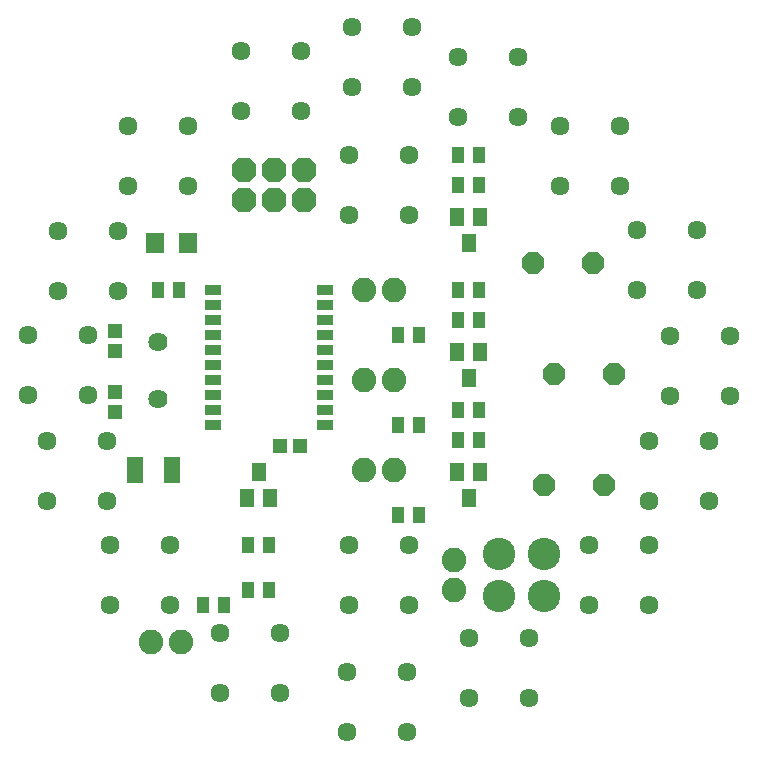
<source format=gts>
G75*
G70*
%OFA0B0*%
%FSLAX24Y24*%
%IPPOS*%
%LPD*%
%AMOC8*
5,1,8,0,0,1.08239X$1,22.5*
%
%ADD10C,0.1080*%
%ADD11OC8,0.0820*%
%ADD12C,0.0635*%
%ADD13C,0.0820*%
%ADD14C,0.0640*%
%ADD15R,0.0474X0.0513*%
%ADD16R,0.0513X0.0474*%
%ADD17R,0.0552X0.0867*%
%ADD18R,0.0631X0.0710*%
%ADD19R,0.0474X0.0631*%
%ADD20OC8,0.0720*%
%ADD21R,0.0395X0.0552*%
%ADD22R,0.0530X0.0380*%
D10*
X016685Y005485D03*
X018185Y005485D03*
X018185Y006885D03*
X016685Y006885D03*
D11*
X010185Y018685D03*
X009185Y018685D03*
X008185Y018685D03*
X008185Y019685D03*
X009185Y019685D03*
X010185Y019685D03*
D12*
X011685Y020185D03*
X013685Y020185D03*
X015335Y021435D03*
X013785Y022435D03*
X015335Y023435D03*
X013785Y024435D03*
X011785Y024435D03*
X010085Y023635D03*
X008085Y023635D03*
X011785Y022435D03*
X010085Y021635D03*
X008085Y021635D03*
X006335Y021135D03*
X004335Y021135D03*
X004335Y019135D03*
X006335Y019135D03*
X003985Y017635D03*
X001985Y017635D03*
X001985Y015635D03*
X003985Y015635D03*
X002985Y014185D03*
X000985Y014185D03*
X000985Y012185D03*
X002985Y012185D03*
X003635Y010635D03*
X001635Y010635D03*
X001635Y008635D03*
X003635Y008635D03*
X003735Y007185D03*
X005735Y007185D03*
X005735Y005185D03*
X007385Y004235D03*
X009385Y004235D03*
X011685Y005185D03*
X013685Y005185D03*
X015685Y004085D03*
X017685Y004085D03*
X019685Y005185D03*
X021685Y005185D03*
X021685Y007185D03*
X019685Y007185D03*
X021685Y008635D03*
X023685Y008635D03*
X023685Y010635D03*
X021685Y010635D03*
X022385Y012135D03*
X024385Y012135D03*
X024385Y014135D03*
X022385Y014135D03*
X023285Y015685D03*
X021285Y015685D03*
X021285Y017685D03*
X023285Y017685D03*
X020735Y019135D03*
X018735Y019135D03*
X018735Y021135D03*
X017335Y021435D03*
X020735Y021135D03*
X017335Y023435D03*
X013685Y018185D03*
X011685Y018185D03*
X011685Y007185D03*
X013685Y007185D03*
X013635Y002935D03*
X011635Y002935D03*
X009385Y002235D03*
X007385Y002235D03*
X011635Y000935D03*
X013635Y000935D03*
X015685Y002085D03*
X017685Y002085D03*
X003735Y005185D03*
D13*
X005085Y003935D03*
X006085Y003935D03*
X015185Y005685D03*
X015185Y006685D03*
X013185Y009685D03*
X012185Y009685D03*
X012185Y012685D03*
X013185Y012685D03*
X013185Y015685D03*
X012185Y015685D03*
D14*
X005335Y013935D03*
X005335Y012035D03*
D15*
X003885Y012270D03*
X003885Y011601D03*
X003885Y013651D03*
X003885Y014320D03*
D16*
X009401Y010485D03*
X010070Y010485D03*
D17*
X005815Y009685D03*
X004555Y009685D03*
D18*
X005234Y017235D03*
X006337Y017235D03*
D19*
X015311Y018118D03*
X016059Y018118D03*
X015685Y017252D03*
X015311Y013618D03*
X016059Y013618D03*
X015685Y012752D03*
X015311Y009618D03*
X016059Y009618D03*
X015685Y008752D03*
X009059Y008752D03*
X008311Y008752D03*
X008685Y009618D03*
D20*
X018185Y009185D03*
X020185Y009185D03*
X020535Y012885D03*
X018535Y012885D03*
X017835Y016585D03*
X019835Y016585D03*
D21*
X016040Y015685D03*
X015331Y015685D03*
X015331Y014685D03*
X016040Y014685D03*
X014040Y014185D03*
X013331Y014185D03*
X015331Y011685D03*
X016040Y011685D03*
X016040Y010685D03*
X015331Y010685D03*
X014040Y011185D03*
X013331Y011185D03*
X013331Y008185D03*
X014040Y008185D03*
X009040Y007185D03*
X008331Y007185D03*
X008331Y005685D03*
X009040Y005685D03*
X007540Y005185D03*
X006831Y005185D03*
X006040Y015685D03*
X005331Y015685D03*
X015331Y019185D03*
X016040Y019185D03*
X016040Y020185D03*
X015331Y020185D03*
D22*
X010915Y015685D03*
X010915Y015185D03*
X010915Y014685D03*
X010915Y014185D03*
X010915Y013685D03*
X010915Y013185D03*
X010915Y012685D03*
X010915Y012185D03*
X010915Y011685D03*
X010905Y011185D03*
X007165Y011185D03*
X007165Y011685D03*
X007165Y012185D03*
X007165Y012685D03*
X007165Y013185D03*
X007165Y013685D03*
X007165Y014185D03*
X007165Y014685D03*
X007165Y015185D03*
X007165Y015685D03*
M02*

</source>
